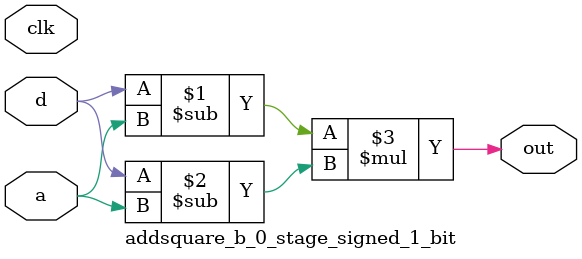
<source format=sv>
(* use_dsp = "yes" *) module addsquare_b_0_stage_signed_1_bit(
	input signed [0:0] a,
	input signed [0:0] d,
	output [0:0] out,
	input clk);

	assign out = (d - a) * (d - a);
endmodule

</source>
